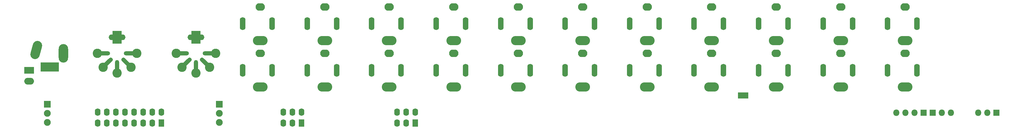
<source format=gts>
G04 #@! TF.FileFunction,Soldermask,Top*
%FSLAX46Y46*%
G04 Gerber Fmt 4.6, Leading zero omitted, Abs format (unit mm)*
G04 Created by KiCad (PCBNEW 4.0.2-stable) date 2019-09-27 10:43:36 AM*
%MOMM*%
G01*
G04 APERTURE LIST*
%ADD10C,0.200000*%
%ADD11R,5.180000X2.640000*%
%ADD12O,2.640000X5.180000*%
%ADD13C,2.640000*%
%ADD14R,1.600000X2.100000*%
%ADD15O,1.600000X2.100000*%
%ADD16O,4.100000X2.600000*%
%ADD17O,2.600000X2.100000*%
%ADD18O,1.600000X3.600000*%
%ADD19R,2.700000X1.900000*%
%ADD20O,2.700000X1.900000*%
%ADD21R,1.800000X1.800000*%
%ADD22O,1.800000X1.800000*%
%ADD23R,2.900000X1.700000*%
%ADD24C,2.600000*%
%ADD25R,2.600000X3.600000*%
%ADD26O,4.700000X1.550000*%
%ADD27O,4.400000X1.200000*%
%ADD28O,1.200000X4.400000*%
%ADD29C,1.200000*%
%ADD30R,1.900000X1.900000*%
%ADD31C,1.900000*%
G04 APERTURE END LIST*
D10*
D11*
X20250000Y-76060000D03*
D12*
X24060000Y-72250000D03*
D13*
X16768700Y-70023274D02*
X16111300Y-72476726D01*
D14*
X122290000Y-91770000D03*
D15*
X122290000Y-88730000D03*
X119750000Y-91770000D03*
X119750000Y-88730000D03*
X117210000Y-91770000D03*
X117210000Y-88730000D03*
D16*
X79000000Y-81700000D03*
D17*
X79000000Y-72300000D03*
D18*
X74100000Y-77000000D03*
X82300000Y-77000000D03*
D16*
X79000000Y-68700000D03*
D17*
X79000000Y-59300000D03*
D18*
X74100000Y-64000000D03*
X82300000Y-64000000D03*
D16*
X97000000Y-68700000D03*
D17*
X97000000Y-59300000D03*
D18*
X92100000Y-64000000D03*
X100300000Y-64000000D03*
D16*
X97000000Y-81700000D03*
D17*
X97000000Y-72300000D03*
D18*
X92100000Y-77000000D03*
X100300000Y-77000000D03*
D16*
X115000000Y-68700000D03*
D17*
X115000000Y-59300000D03*
D18*
X110100000Y-64000000D03*
X118300000Y-64000000D03*
D16*
X115000000Y-81700000D03*
D17*
X115000000Y-72300000D03*
D18*
X110100000Y-77000000D03*
X118300000Y-77000000D03*
D16*
X133000000Y-68700000D03*
D17*
X133000000Y-59300000D03*
D18*
X128100000Y-64000000D03*
X136300000Y-64000000D03*
D16*
X133000000Y-81700000D03*
D17*
X133000000Y-72300000D03*
D18*
X128100000Y-77000000D03*
X136300000Y-77000000D03*
D16*
X151000000Y-68700000D03*
D17*
X151000000Y-59300000D03*
D18*
X146100000Y-64000000D03*
X154300000Y-64000000D03*
D16*
X151000000Y-81700000D03*
D17*
X151000000Y-72300000D03*
D18*
X146100000Y-77000000D03*
X154300000Y-77000000D03*
D16*
X169000000Y-68700000D03*
D17*
X169000000Y-59300000D03*
D18*
X164100000Y-64000000D03*
X172300000Y-64000000D03*
D16*
X169000000Y-81700000D03*
D17*
X169000000Y-72300000D03*
D18*
X164100000Y-77000000D03*
X172300000Y-77000000D03*
D16*
X187000000Y-68700000D03*
D17*
X187000000Y-59300000D03*
D18*
X182100000Y-64000000D03*
X190300000Y-64000000D03*
D16*
X187000000Y-81700000D03*
D17*
X187000000Y-72300000D03*
D18*
X182100000Y-77000000D03*
X190300000Y-77000000D03*
D16*
X205000000Y-68700000D03*
D17*
X205000000Y-59300000D03*
D18*
X200100000Y-64000000D03*
X208300000Y-64000000D03*
D16*
X205000000Y-81700000D03*
D17*
X205000000Y-72300000D03*
D18*
X200100000Y-77000000D03*
X208300000Y-77000000D03*
D16*
X223000000Y-68700000D03*
D17*
X223000000Y-59300000D03*
D18*
X218100000Y-64000000D03*
X226300000Y-64000000D03*
D16*
X223000000Y-81700000D03*
D17*
X223000000Y-72300000D03*
D18*
X218100000Y-77000000D03*
X226300000Y-77000000D03*
D16*
X241000000Y-68700000D03*
D17*
X241000000Y-59300000D03*
D18*
X236100000Y-64000000D03*
X244300000Y-64000000D03*
D16*
X241000000Y-81700000D03*
D17*
X241000000Y-72300000D03*
D18*
X236100000Y-77000000D03*
X244300000Y-77000000D03*
D16*
X259000000Y-81700000D03*
D17*
X259000000Y-72300000D03*
D18*
X254100000Y-77000000D03*
X262300000Y-77000000D03*
D16*
X259000000Y-68700000D03*
D17*
X259000000Y-59300000D03*
D18*
X254100000Y-64000000D03*
X262300000Y-64000000D03*
D14*
X90540000Y-91770000D03*
D15*
X90540000Y-88730000D03*
X88000000Y-91770000D03*
X88000000Y-88730000D03*
X85460000Y-91770000D03*
X85460000Y-88730000D03*
D19*
X14500000Y-77000000D03*
D20*
X14500000Y-80040000D03*
D21*
X284480000Y-88900000D03*
D22*
X281940000Y-88900000D03*
X279400000Y-88900000D03*
D23*
X213750000Y-84000000D03*
D24*
X33500000Y-72250000D03*
X44500000Y-72250000D03*
X39000000Y-77750000D03*
D25*
X39000000Y-67750000D03*
D24*
X35110000Y-76140000D03*
X42890000Y-76140000D03*
D26*
X39000000Y-67750000D03*
D27*
X34900000Y-72250000D03*
X43100000Y-72250000D03*
D28*
X39000000Y-76350000D03*
D29*
X34968629Y-76281371D02*
X37231371Y-74018629D01*
X40768629Y-74018629D02*
X43031371Y-76281371D01*
D24*
X55500000Y-72250000D03*
X66500000Y-72250000D03*
X61000000Y-77750000D03*
D25*
X61000000Y-67750000D03*
D24*
X57110000Y-76140000D03*
X64890000Y-76140000D03*
D26*
X61000000Y-67750000D03*
D27*
X56900000Y-72250000D03*
X65100000Y-72250000D03*
D28*
X61000000Y-76350000D03*
D29*
X56968629Y-76281371D02*
X59231371Y-74018629D01*
X62768629Y-74018629D02*
X65031371Y-76281371D01*
D30*
X67530000Y-86460000D03*
D31*
X67530000Y-89000000D03*
X67530000Y-91540000D03*
D30*
X19580000Y-86460000D03*
D31*
X19580000Y-89000000D03*
X19580000Y-91540000D03*
D21*
X264160000Y-88900000D03*
D22*
X261620000Y-88900000D03*
X259080000Y-88900000D03*
X256540000Y-88900000D03*
D21*
X266700000Y-88900000D03*
D22*
X269240000Y-88900000D03*
X271780000Y-88900000D03*
D15*
X33610000Y-88730000D03*
X33610000Y-91770000D03*
X36150000Y-91770000D03*
X36150000Y-88730000D03*
X38690000Y-88730000D03*
X38690000Y-91770000D03*
X41230000Y-91770000D03*
X41230000Y-88730000D03*
X43770000Y-88730000D03*
X43770000Y-91770000D03*
D14*
X51390000Y-91770000D03*
D15*
X51390000Y-88730000D03*
X48850000Y-91770000D03*
X48850000Y-88730000D03*
X46310000Y-91770000D03*
X46310000Y-88730000D03*
M02*

</source>
